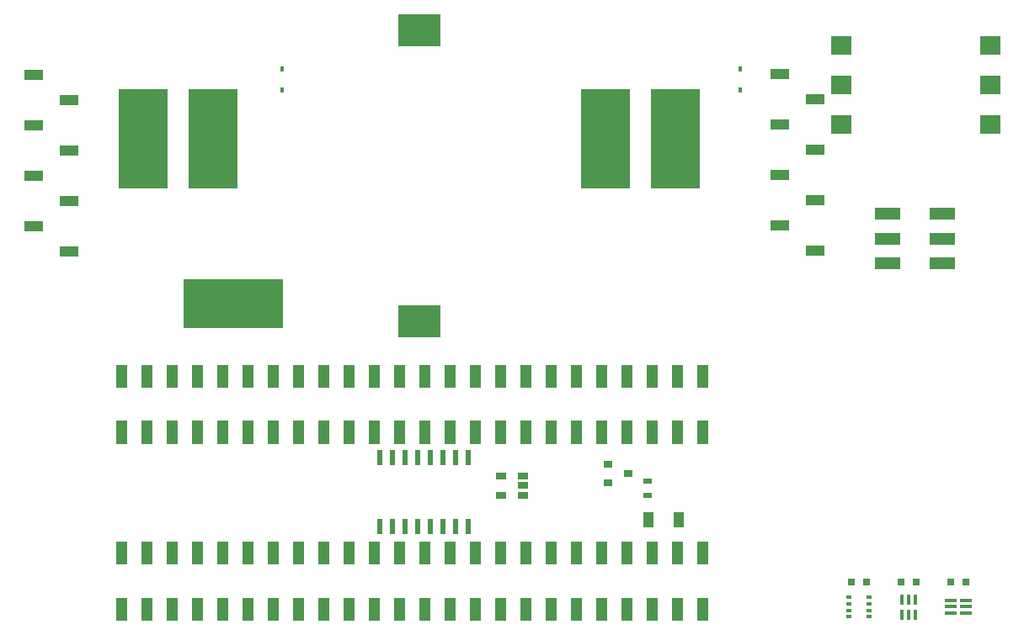
<source format=gtp>
G04 #@! TF.GenerationSoftware,KiCad,Pcbnew,(5.1.4)-1*
G04 #@! TF.CreationDate,2020-03-06T20:10:17-08:00*
G04 #@! TF.ProjectId,Light_intensity_data_logger,4c696768-745f-4696-9e74-656e73697479,rev?*
G04 #@! TF.SameCoordinates,Original*
G04 #@! TF.FileFunction,Paste,Top*
G04 #@! TF.FilePolarity,Positive*
%FSLAX46Y46*%
G04 Gerber Fmt 4.6, Leading zero omitted, Abs format (unit mm)*
G04 Created by KiCad (PCBNEW (5.1.4)-1) date 2020-03-06 20:10:18*
%MOMM*%
%LPD*%
G04 APERTURE LIST*
%ADD10C,0.010000*%
%ADD11R,1.020000X2.220000*%
%ADD12R,0.600000X1.590000*%
%ADD13R,1.060000X0.650000*%
%ADD14R,0.900000X0.800000*%
%ADD15R,1.905000X1.016000*%
%ADD16R,1.000000X1.600000*%
%ADD17R,4.200000X3.200000*%
%ADD18R,2.000000X1.900000*%
%ADD19R,0.800000X0.750000*%
%ADD20R,0.400000X1.000000*%
%ADD21R,10.000000X5.000000*%
%ADD22R,0.450000X0.600000*%
%ADD23R,5.000000X10.000000*%
%ADD24R,0.500000X0.350000*%
%ADD25R,1.200000X0.350000*%
%ADD26R,2.500000X1.200000*%
%ADD27R,0.900000X0.500000*%
G04 APERTURE END LIST*
D10*
G36*
X84320000Y-96386000D02*
G01*
X83300000Y-96386000D01*
X83300000Y-94166000D01*
X84320000Y-94166000D01*
X84320000Y-96386000D01*
G37*
X84320000Y-96386000D02*
X83300000Y-96386000D01*
X83300000Y-94166000D01*
X84320000Y-94166000D01*
X84320000Y-96386000D01*
G36*
X86860000Y-90734000D02*
G01*
X85840000Y-90734000D01*
X85840000Y-88514000D01*
X86860000Y-88514000D01*
X86860000Y-90734000D01*
G37*
X86860000Y-90734000D02*
X85840000Y-90734000D01*
X85840000Y-88514000D01*
X86860000Y-88514000D01*
X86860000Y-90734000D01*
G36*
X107180000Y-90734000D02*
G01*
X106160000Y-90734000D01*
X106160000Y-88514000D01*
X107180000Y-88514000D01*
X107180000Y-90734000D01*
G37*
X107180000Y-90734000D02*
X106160000Y-90734000D01*
X106160000Y-88514000D01*
X107180000Y-88514000D01*
X107180000Y-90734000D01*
G36*
X104640000Y-96386000D02*
G01*
X103620000Y-96386000D01*
X103620000Y-94166000D01*
X104640000Y-94166000D01*
X104640000Y-96386000D01*
G37*
X104640000Y-96386000D02*
X103620000Y-96386000D01*
X103620000Y-94166000D01*
X104640000Y-94166000D01*
X104640000Y-96386000D01*
G36*
X86860000Y-96386000D02*
G01*
X85840000Y-96386000D01*
X85840000Y-94166000D01*
X86860000Y-94166000D01*
X86860000Y-96386000D01*
G37*
X86860000Y-96386000D02*
X85840000Y-96386000D01*
X85840000Y-94166000D01*
X86860000Y-94166000D01*
X86860000Y-96386000D01*
G36*
X102100000Y-96386000D02*
G01*
X101080000Y-96386000D01*
X101080000Y-94166000D01*
X102100000Y-94166000D01*
X102100000Y-96386000D01*
G37*
X102100000Y-96386000D02*
X101080000Y-96386000D01*
X101080000Y-94166000D01*
X102100000Y-94166000D01*
X102100000Y-96386000D01*
G36*
X102100000Y-90734000D02*
G01*
X101080000Y-90734000D01*
X101080000Y-88514000D01*
X102100000Y-88514000D01*
X102100000Y-90734000D01*
G37*
X102100000Y-90734000D02*
X101080000Y-90734000D01*
X101080000Y-88514000D01*
X102100000Y-88514000D01*
X102100000Y-90734000D01*
G36*
X89400000Y-90734000D02*
G01*
X88380000Y-90734000D01*
X88380000Y-88514000D01*
X89400000Y-88514000D01*
X89400000Y-90734000D01*
G37*
X89400000Y-90734000D02*
X88380000Y-90734000D01*
X88380000Y-88514000D01*
X89400000Y-88514000D01*
X89400000Y-90734000D01*
G36*
X91940000Y-96386000D02*
G01*
X90920000Y-96386000D01*
X90920000Y-94166000D01*
X91940000Y-94166000D01*
X91940000Y-96386000D01*
G37*
X91940000Y-96386000D02*
X90920000Y-96386000D01*
X90920000Y-94166000D01*
X91940000Y-94166000D01*
X91940000Y-96386000D01*
G36*
X99560000Y-96386000D02*
G01*
X98540000Y-96386000D01*
X98540000Y-94166000D01*
X99560000Y-94166000D01*
X99560000Y-96386000D01*
G37*
X99560000Y-96386000D02*
X98540000Y-96386000D01*
X98540000Y-94166000D01*
X99560000Y-94166000D01*
X99560000Y-96386000D01*
G36*
X89400000Y-96386000D02*
G01*
X88380000Y-96386000D01*
X88380000Y-94166000D01*
X89400000Y-94166000D01*
X89400000Y-96386000D01*
G37*
X89400000Y-96386000D02*
X88380000Y-96386000D01*
X88380000Y-94166000D01*
X89400000Y-94166000D01*
X89400000Y-96386000D01*
G36*
X91940000Y-90734000D02*
G01*
X90920000Y-90734000D01*
X90920000Y-88514000D01*
X91940000Y-88514000D01*
X91940000Y-90734000D01*
G37*
X91940000Y-90734000D02*
X90920000Y-90734000D01*
X90920000Y-88514000D01*
X91940000Y-88514000D01*
X91940000Y-90734000D01*
G36*
X94480000Y-90734000D02*
G01*
X93460000Y-90734000D01*
X93460000Y-88514000D01*
X94480000Y-88514000D01*
X94480000Y-90734000D01*
G37*
X94480000Y-90734000D02*
X93460000Y-90734000D01*
X93460000Y-88514000D01*
X94480000Y-88514000D01*
X94480000Y-90734000D01*
G36*
X94480000Y-96386000D02*
G01*
X93460000Y-96386000D01*
X93460000Y-94166000D01*
X94480000Y-94166000D01*
X94480000Y-96386000D01*
G37*
X94480000Y-96386000D02*
X93460000Y-96386000D01*
X93460000Y-94166000D01*
X94480000Y-94166000D01*
X94480000Y-96386000D01*
G36*
X97020000Y-90734000D02*
G01*
X96000000Y-90734000D01*
X96000000Y-88514000D01*
X97020000Y-88514000D01*
X97020000Y-90734000D01*
G37*
X97020000Y-90734000D02*
X96000000Y-90734000D01*
X96000000Y-88514000D01*
X97020000Y-88514000D01*
X97020000Y-90734000D01*
G36*
X97020000Y-96386000D02*
G01*
X96000000Y-96386000D01*
X96000000Y-94166000D01*
X97020000Y-94166000D01*
X97020000Y-96386000D01*
G37*
X97020000Y-96386000D02*
X96000000Y-96386000D01*
X96000000Y-94166000D01*
X97020000Y-94166000D01*
X97020000Y-96386000D01*
G36*
X84320000Y-90734000D02*
G01*
X83300000Y-90734000D01*
X83300000Y-88514000D01*
X84320000Y-88514000D01*
X84320000Y-90734000D01*
G37*
X84320000Y-90734000D02*
X83300000Y-90734000D01*
X83300000Y-88514000D01*
X84320000Y-88514000D01*
X84320000Y-90734000D01*
G36*
X99560000Y-90734000D02*
G01*
X98540000Y-90734000D01*
X98540000Y-88514000D01*
X99560000Y-88514000D01*
X99560000Y-90734000D01*
G37*
X99560000Y-90734000D02*
X98540000Y-90734000D01*
X98540000Y-88514000D01*
X99560000Y-88514000D01*
X99560000Y-90734000D01*
G36*
X104640000Y-90734000D02*
G01*
X103620000Y-90734000D01*
X103620000Y-88514000D01*
X104640000Y-88514000D01*
X104640000Y-90734000D01*
G37*
X104640000Y-90734000D02*
X103620000Y-90734000D01*
X103620000Y-88514000D01*
X104640000Y-88514000D01*
X104640000Y-90734000D01*
G36*
X114800000Y-96386000D02*
G01*
X113780000Y-96386000D01*
X113780000Y-94166000D01*
X114800000Y-94166000D01*
X114800000Y-96386000D01*
G37*
X114800000Y-96386000D02*
X113780000Y-96386000D01*
X113780000Y-94166000D01*
X114800000Y-94166000D01*
X114800000Y-96386000D01*
G36*
X109720000Y-90734000D02*
G01*
X108700000Y-90734000D01*
X108700000Y-88514000D01*
X109720000Y-88514000D01*
X109720000Y-90734000D01*
G37*
X109720000Y-90734000D02*
X108700000Y-90734000D01*
X108700000Y-88514000D01*
X109720000Y-88514000D01*
X109720000Y-90734000D01*
G36*
X112260000Y-90734000D02*
G01*
X111240000Y-90734000D01*
X111240000Y-88514000D01*
X112260000Y-88514000D01*
X112260000Y-90734000D01*
G37*
X112260000Y-90734000D02*
X111240000Y-90734000D01*
X111240000Y-88514000D01*
X112260000Y-88514000D01*
X112260000Y-90734000D01*
G36*
X112260000Y-96386000D02*
G01*
X111240000Y-96386000D01*
X111240000Y-94166000D01*
X112260000Y-94166000D01*
X112260000Y-96386000D01*
G37*
X112260000Y-96386000D02*
X111240000Y-96386000D01*
X111240000Y-94166000D01*
X112260000Y-94166000D01*
X112260000Y-96386000D01*
G36*
X117340000Y-90734000D02*
G01*
X116320000Y-90734000D01*
X116320000Y-88514000D01*
X117340000Y-88514000D01*
X117340000Y-90734000D01*
G37*
X117340000Y-90734000D02*
X116320000Y-90734000D01*
X116320000Y-88514000D01*
X117340000Y-88514000D01*
X117340000Y-90734000D01*
G36*
X114800000Y-90734000D02*
G01*
X113780000Y-90734000D01*
X113780000Y-88514000D01*
X114800000Y-88514000D01*
X114800000Y-90734000D01*
G37*
X114800000Y-90734000D02*
X113780000Y-90734000D01*
X113780000Y-88514000D01*
X114800000Y-88514000D01*
X114800000Y-90734000D01*
G36*
X119880000Y-90734000D02*
G01*
X118860000Y-90734000D01*
X118860000Y-88514000D01*
X119880000Y-88514000D01*
X119880000Y-90734000D01*
G37*
X119880000Y-90734000D02*
X118860000Y-90734000D01*
X118860000Y-88514000D01*
X119880000Y-88514000D01*
X119880000Y-90734000D01*
G36*
X107180000Y-96386000D02*
G01*
X106160000Y-96386000D01*
X106160000Y-94166000D01*
X107180000Y-94166000D01*
X107180000Y-96386000D01*
G37*
X107180000Y-96386000D02*
X106160000Y-96386000D01*
X106160000Y-94166000D01*
X107180000Y-94166000D01*
X107180000Y-96386000D01*
G36*
X117340000Y-96386000D02*
G01*
X116320000Y-96386000D01*
X116320000Y-94166000D01*
X117340000Y-94166000D01*
X117340000Y-96386000D01*
G37*
X117340000Y-96386000D02*
X116320000Y-96386000D01*
X116320000Y-94166000D01*
X117340000Y-94166000D01*
X117340000Y-96386000D01*
G36*
X109720000Y-96386000D02*
G01*
X108700000Y-96386000D01*
X108700000Y-94166000D01*
X109720000Y-94166000D01*
X109720000Y-96386000D01*
G37*
X109720000Y-96386000D02*
X108700000Y-96386000D01*
X108700000Y-94166000D01*
X109720000Y-94166000D01*
X109720000Y-96386000D01*
G36*
X142740000Y-90734000D02*
G01*
X141720000Y-90734000D01*
X141720000Y-88514000D01*
X142740000Y-88514000D01*
X142740000Y-90734000D01*
G37*
X142740000Y-90734000D02*
X141720000Y-90734000D01*
X141720000Y-88514000D01*
X142740000Y-88514000D01*
X142740000Y-90734000D01*
G36*
X135120000Y-90734000D02*
G01*
X134100000Y-90734000D01*
X134100000Y-88514000D01*
X135120000Y-88514000D01*
X135120000Y-90734000D01*
G37*
X135120000Y-90734000D02*
X134100000Y-90734000D01*
X134100000Y-88514000D01*
X135120000Y-88514000D01*
X135120000Y-90734000D01*
G36*
X132580000Y-96386000D02*
G01*
X131560000Y-96386000D01*
X131560000Y-94166000D01*
X132580000Y-94166000D01*
X132580000Y-96386000D01*
G37*
X132580000Y-96386000D02*
X131560000Y-96386000D01*
X131560000Y-94166000D01*
X132580000Y-94166000D01*
X132580000Y-96386000D01*
G36*
X137660000Y-96386000D02*
G01*
X136640000Y-96386000D01*
X136640000Y-94166000D01*
X137660000Y-94166000D01*
X137660000Y-96386000D01*
G37*
X137660000Y-96386000D02*
X136640000Y-96386000D01*
X136640000Y-94166000D01*
X137660000Y-94166000D01*
X137660000Y-96386000D01*
G36*
X135120000Y-96386000D02*
G01*
X134100000Y-96386000D01*
X134100000Y-94166000D01*
X135120000Y-94166000D01*
X135120000Y-96386000D01*
G37*
X135120000Y-96386000D02*
X134100000Y-96386000D01*
X134100000Y-94166000D01*
X135120000Y-94166000D01*
X135120000Y-96386000D01*
G36*
X142740000Y-96386000D02*
G01*
X141720000Y-96386000D01*
X141720000Y-94166000D01*
X142740000Y-94166000D01*
X142740000Y-96386000D01*
G37*
X142740000Y-96386000D02*
X141720000Y-96386000D01*
X141720000Y-94166000D01*
X142740000Y-94166000D01*
X142740000Y-96386000D01*
G36*
X140200000Y-90734000D02*
G01*
X139180000Y-90734000D01*
X139180000Y-88514000D01*
X140200000Y-88514000D01*
X140200000Y-90734000D01*
G37*
X140200000Y-90734000D02*
X139180000Y-90734000D01*
X139180000Y-88514000D01*
X140200000Y-88514000D01*
X140200000Y-90734000D01*
G36*
X137660000Y-90734000D02*
G01*
X136640000Y-90734000D01*
X136640000Y-88514000D01*
X137660000Y-88514000D01*
X137660000Y-90734000D01*
G37*
X137660000Y-90734000D02*
X136640000Y-90734000D01*
X136640000Y-88514000D01*
X137660000Y-88514000D01*
X137660000Y-90734000D01*
G36*
X140200000Y-96386000D02*
G01*
X139180000Y-96386000D01*
X139180000Y-94166000D01*
X140200000Y-94166000D01*
X140200000Y-96386000D01*
G37*
X140200000Y-96386000D02*
X139180000Y-96386000D01*
X139180000Y-94166000D01*
X140200000Y-94166000D01*
X140200000Y-96386000D01*
G36*
X122420000Y-96386000D02*
G01*
X121400000Y-96386000D01*
X121400000Y-94166000D01*
X122420000Y-94166000D01*
X122420000Y-96386000D01*
G37*
X122420000Y-96386000D02*
X121400000Y-96386000D01*
X121400000Y-94166000D01*
X122420000Y-94166000D01*
X122420000Y-96386000D01*
G36*
X130040000Y-96386000D02*
G01*
X129020000Y-96386000D01*
X129020000Y-94166000D01*
X130040000Y-94166000D01*
X130040000Y-96386000D01*
G37*
X130040000Y-96386000D02*
X129020000Y-96386000D01*
X129020000Y-94166000D01*
X130040000Y-94166000D01*
X130040000Y-96386000D01*
G36*
X132580000Y-90734000D02*
G01*
X131560000Y-90734000D01*
X131560000Y-88514000D01*
X132580000Y-88514000D01*
X132580000Y-90734000D01*
G37*
X132580000Y-90734000D02*
X131560000Y-90734000D01*
X131560000Y-88514000D01*
X132580000Y-88514000D01*
X132580000Y-90734000D01*
G36*
X119880000Y-96386000D02*
G01*
X118860000Y-96386000D01*
X118860000Y-94166000D01*
X119880000Y-94166000D01*
X119880000Y-96386000D01*
G37*
X119880000Y-96386000D02*
X118860000Y-96386000D01*
X118860000Y-94166000D01*
X119880000Y-94166000D01*
X119880000Y-96386000D01*
G36*
X122420000Y-90734000D02*
G01*
X121400000Y-90734000D01*
X121400000Y-88514000D01*
X122420000Y-88514000D01*
X122420000Y-90734000D01*
G37*
X122420000Y-90734000D02*
X121400000Y-90734000D01*
X121400000Y-88514000D01*
X122420000Y-88514000D01*
X122420000Y-90734000D01*
G36*
X127500000Y-90734000D02*
G01*
X126480000Y-90734000D01*
X126480000Y-88514000D01*
X127500000Y-88514000D01*
X127500000Y-90734000D01*
G37*
X127500000Y-90734000D02*
X126480000Y-90734000D01*
X126480000Y-88514000D01*
X127500000Y-88514000D01*
X127500000Y-90734000D01*
G36*
X124960000Y-90734000D02*
G01*
X123940000Y-90734000D01*
X123940000Y-88514000D01*
X124960000Y-88514000D01*
X124960000Y-90734000D01*
G37*
X124960000Y-90734000D02*
X123940000Y-90734000D01*
X123940000Y-88514000D01*
X124960000Y-88514000D01*
X124960000Y-90734000D01*
G36*
X130040000Y-90734000D02*
G01*
X129020000Y-90734000D01*
X129020000Y-88514000D01*
X130040000Y-88514000D01*
X130040000Y-90734000D01*
G37*
X130040000Y-90734000D02*
X129020000Y-90734000D01*
X129020000Y-88514000D01*
X130040000Y-88514000D01*
X130040000Y-90734000D01*
G36*
X124960000Y-96386000D02*
G01*
X123940000Y-96386000D01*
X123940000Y-94166000D01*
X124960000Y-94166000D01*
X124960000Y-96386000D01*
G37*
X124960000Y-96386000D02*
X123940000Y-96386000D01*
X123940000Y-94166000D01*
X124960000Y-94166000D01*
X124960000Y-96386000D01*
G36*
X127500000Y-96386000D02*
G01*
X126480000Y-96386000D01*
X126480000Y-94166000D01*
X127500000Y-94166000D01*
X127500000Y-96386000D01*
G37*
X127500000Y-96386000D02*
X126480000Y-96386000D01*
X126480000Y-94166000D01*
X127500000Y-94166000D01*
X127500000Y-96386000D01*
G36*
X142740000Y-78576000D02*
G01*
X141720000Y-78576000D01*
X141720000Y-76356000D01*
X142740000Y-76356000D01*
X142740000Y-78576000D01*
G37*
X142740000Y-78576000D02*
X141720000Y-78576000D01*
X141720000Y-76356000D01*
X142740000Y-76356000D01*
X142740000Y-78576000D01*
G36*
X142740000Y-72924000D02*
G01*
X141720000Y-72924000D01*
X141720000Y-70704000D01*
X142740000Y-70704000D01*
X142740000Y-72924000D01*
G37*
X142740000Y-72924000D02*
X141720000Y-72924000D01*
X141720000Y-70704000D01*
X142740000Y-70704000D01*
X142740000Y-72924000D01*
G36*
X140200000Y-78576000D02*
G01*
X139180000Y-78576000D01*
X139180000Y-76356000D01*
X140200000Y-76356000D01*
X140200000Y-78576000D01*
G37*
X140200000Y-78576000D02*
X139180000Y-78576000D01*
X139180000Y-76356000D01*
X140200000Y-76356000D01*
X140200000Y-78576000D01*
G36*
X140200000Y-72924000D02*
G01*
X139180000Y-72924000D01*
X139180000Y-70704000D01*
X140200000Y-70704000D01*
X140200000Y-72924000D01*
G37*
X140200000Y-72924000D02*
X139180000Y-72924000D01*
X139180000Y-70704000D01*
X140200000Y-70704000D01*
X140200000Y-72924000D01*
G36*
X137660000Y-78576000D02*
G01*
X136640000Y-78576000D01*
X136640000Y-76356000D01*
X137660000Y-76356000D01*
X137660000Y-78576000D01*
G37*
X137660000Y-78576000D02*
X136640000Y-78576000D01*
X136640000Y-76356000D01*
X137660000Y-76356000D01*
X137660000Y-78576000D01*
G36*
X137660000Y-72924000D02*
G01*
X136640000Y-72924000D01*
X136640000Y-70704000D01*
X137660000Y-70704000D01*
X137660000Y-72924000D01*
G37*
X137660000Y-72924000D02*
X136640000Y-72924000D01*
X136640000Y-70704000D01*
X137660000Y-70704000D01*
X137660000Y-72924000D01*
G36*
X135120000Y-78576000D02*
G01*
X134100000Y-78576000D01*
X134100000Y-76356000D01*
X135120000Y-76356000D01*
X135120000Y-78576000D01*
G37*
X135120000Y-78576000D02*
X134100000Y-78576000D01*
X134100000Y-76356000D01*
X135120000Y-76356000D01*
X135120000Y-78576000D01*
G36*
X135120000Y-72924000D02*
G01*
X134100000Y-72924000D01*
X134100000Y-70704000D01*
X135120000Y-70704000D01*
X135120000Y-72924000D01*
G37*
X135120000Y-72924000D02*
X134100000Y-72924000D01*
X134100000Y-70704000D01*
X135120000Y-70704000D01*
X135120000Y-72924000D01*
G36*
X132580000Y-78576000D02*
G01*
X131560000Y-78576000D01*
X131560000Y-76356000D01*
X132580000Y-76356000D01*
X132580000Y-78576000D01*
G37*
X132580000Y-78576000D02*
X131560000Y-78576000D01*
X131560000Y-76356000D01*
X132580000Y-76356000D01*
X132580000Y-78576000D01*
G36*
X132580000Y-72924000D02*
G01*
X131560000Y-72924000D01*
X131560000Y-70704000D01*
X132580000Y-70704000D01*
X132580000Y-72924000D01*
G37*
X132580000Y-72924000D02*
X131560000Y-72924000D01*
X131560000Y-70704000D01*
X132580000Y-70704000D01*
X132580000Y-72924000D01*
G36*
X130040000Y-78576000D02*
G01*
X129020000Y-78576000D01*
X129020000Y-76356000D01*
X130040000Y-76356000D01*
X130040000Y-78576000D01*
G37*
X130040000Y-78576000D02*
X129020000Y-78576000D01*
X129020000Y-76356000D01*
X130040000Y-76356000D01*
X130040000Y-78576000D01*
G36*
X130040000Y-72924000D02*
G01*
X129020000Y-72924000D01*
X129020000Y-70704000D01*
X130040000Y-70704000D01*
X130040000Y-72924000D01*
G37*
X130040000Y-72924000D02*
X129020000Y-72924000D01*
X129020000Y-70704000D01*
X130040000Y-70704000D01*
X130040000Y-72924000D01*
G36*
X127500000Y-78576000D02*
G01*
X126480000Y-78576000D01*
X126480000Y-76356000D01*
X127500000Y-76356000D01*
X127500000Y-78576000D01*
G37*
X127500000Y-78576000D02*
X126480000Y-78576000D01*
X126480000Y-76356000D01*
X127500000Y-76356000D01*
X127500000Y-78576000D01*
G36*
X127500000Y-72924000D02*
G01*
X126480000Y-72924000D01*
X126480000Y-70704000D01*
X127500000Y-70704000D01*
X127500000Y-72924000D01*
G37*
X127500000Y-72924000D02*
X126480000Y-72924000D01*
X126480000Y-70704000D01*
X127500000Y-70704000D01*
X127500000Y-72924000D01*
G36*
X124960000Y-78576000D02*
G01*
X123940000Y-78576000D01*
X123940000Y-76356000D01*
X124960000Y-76356000D01*
X124960000Y-78576000D01*
G37*
X124960000Y-78576000D02*
X123940000Y-78576000D01*
X123940000Y-76356000D01*
X124960000Y-76356000D01*
X124960000Y-78576000D01*
G36*
X124960000Y-72924000D02*
G01*
X123940000Y-72924000D01*
X123940000Y-70704000D01*
X124960000Y-70704000D01*
X124960000Y-72924000D01*
G37*
X124960000Y-72924000D02*
X123940000Y-72924000D01*
X123940000Y-70704000D01*
X124960000Y-70704000D01*
X124960000Y-72924000D01*
G36*
X122420000Y-78576000D02*
G01*
X121400000Y-78576000D01*
X121400000Y-76356000D01*
X122420000Y-76356000D01*
X122420000Y-78576000D01*
G37*
X122420000Y-78576000D02*
X121400000Y-78576000D01*
X121400000Y-76356000D01*
X122420000Y-76356000D01*
X122420000Y-78576000D01*
G36*
X122420000Y-72924000D02*
G01*
X121400000Y-72924000D01*
X121400000Y-70704000D01*
X122420000Y-70704000D01*
X122420000Y-72924000D01*
G37*
X122420000Y-72924000D02*
X121400000Y-72924000D01*
X121400000Y-70704000D01*
X122420000Y-70704000D01*
X122420000Y-72924000D01*
G36*
X119880000Y-78576000D02*
G01*
X118860000Y-78576000D01*
X118860000Y-76356000D01*
X119880000Y-76356000D01*
X119880000Y-78576000D01*
G37*
X119880000Y-78576000D02*
X118860000Y-78576000D01*
X118860000Y-76356000D01*
X119880000Y-76356000D01*
X119880000Y-78576000D01*
G36*
X119880000Y-72924000D02*
G01*
X118860000Y-72924000D01*
X118860000Y-70704000D01*
X119880000Y-70704000D01*
X119880000Y-72924000D01*
G37*
X119880000Y-72924000D02*
X118860000Y-72924000D01*
X118860000Y-70704000D01*
X119880000Y-70704000D01*
X119880000Y-72924000D01*
G36*
X117340000Y-78576000D02*
G01*
X116320000Y-78576000D01*
X116320000Y-76356000D01*
X117340000Y-76356000D01*
X117340000Y-78576000D01*
G37*
X117340000Y-78576000D02*
X116320000Y-78576000D01*
X116320000Y-76356000D01*
X117340000Y-76356000D01*
X117340000Y-78576000D01*
G36*
X117340000Y-72924000D02*
G01*
X116320000Y-72924000D01*
X116320000Y-70704000D01*
X117340000Y-70704000D01*
X117340000Y-72924000D01*
G37*
X117340000Y-72924000D02*
X116320000Y-72924000D01*
X116320000Y-70704000D01*
X117340000Y-70704000D01*
X117340000Y-72924000D01*
G36*
X114800000Y-78576000D02*
G01*
X113780000Y-78576000D01*
X113780000Y-76356000D01*
X114800000Y-76356000D01*
X114800000Y-78576000D01*
G37*
X114800000Y-78576000D02*
X113780000Y-78576000D01*
X113780000Y-76356000D01*
X114800000Y-76356000D01*
X114800000Y-78576000D01*
G36*
X114800000Y-72924000D02*
G01*
X113780000Y-72924000D01*
X113780000Y-70704000D01*
X114800000Y-70704000D01*
X114800000Y-72924000D01*
G37*
X114800000Y-72924000D02*
X113780000Y-72924000D01*
X113780000Y-70704000D01*
X114800000Y-70704000D01*
X114800000Y-72924000D01*
G36*
X112260000Y-78576000D02*
G01*
X111240000Y-78576000D01*
X111240000Y-76356000D01*
X112260000Y-76356000D01*
X112260000Y-78576000D01*
G37*
X112260000Y-78576000D02*
X111240000Y-78576000D01*
X111240000Y-76356000D01*
X112260000Y-76356000D01*
X112260000Y-78576000D01*
G36*
X112260000Y-72924000D02*
G01*
X111240000Y-72924000D01*
X111240000Y-70704000D01*
X112260000Y-70704000D01*
X112260000Y-72924000D01*
G37*
X112260000Y-72924000D02*
X111240000Y-72924000D01*
X111240000Y-70704000D01*
X112260000Y-70704000D01*
X112260000Y-72924000D01*
G36*
X109720000Y-78576000D02*
G01*
X108700000Y-78576000D01*
X108700000Y-76356000D01*
X109720000Y-76356000D01*
X109720000Y-78576000D01*
G37*
X109720000Y-78576000D02*
X108700000Y-78576000D01*
X108700000Y-76356000D01*
X109720000Y-76356000D01*
X109720000Y-78576000D01*
G36*
X109720000Y-72924000D02*
G01*
X108700000Y-72924000D01*
X108700000Y-70704000D01*
X109720000Y-70704000D01*
X109720000Y-72924000D01*
G37*
X109720000Y-72924000D02*
X108700000Y-72924000D01*
X108700000Y-70704000D01*
X109720000Y-70704000D01*
X109720000Y-72924000D01*
G36*
X107180000Y-78576000D02*
G01*
X106160000Y-78576000D01*
X106160000Y-76356000D01*
X107180000Y-76356000D01*
X107180000Y-78576000D01*
G37*
X107180000Y-78576000D02*
X106160000Y-78576000D01*
X106160000Y-76356000D01*
X107180000Y-76356000D01*
X107180000Y-78576000D01*
G36*
X107180000Y-72924000D02*
G01*
X106160000Y-72924000D01*
X106160000Y-70704000D01*
X107180000Y-70704000D01*
X107180000Y-72924000D01*
G37*
X107180000Y-72924000D02*
X106160000Y-72924000D01*
X106160000Y-70704000D01*
X107180000Y-70704000D01*
X107180000Y-72924000D01*
G36*
X104640000Y-78576000D02*
G01*
X103620000Y-78576000D01*
X103620000Y-76356000D01*
X104640000Y-76356000D01*
X104640000Y-78576000D01*
G37*
X104640000Y-78576000D02*
X103620000Y-78576000D01*
X103620000Y-76356000D01*
X104640000Y-76356000D01*
X104640000Y-78576000D01*
G36*
X104640000Y-72924000D02*
G01*
X103620000Y-72924000D01*
X103620000Y-70704000D01*
X104640000Y-70704000D01*
X104640000Y-72924000D01*
G37*
X104640000Y-72924000D02*
X103620000Y-72924000D01*
X103620000Y-70704000D01*
X104640000Y-70704000D01*
X104640000Y-72924000D01*
G36*
X102100000Y-78576000D02*
G01*
X101080000Y-78576000D01*
X101080000Y-76356000D01*
X102100000Y-76356000D01*
X102100000Y-78576000D01*
G37*
X102100000Y-78576000D02*
X101080000Y-78576000D01*
X101080000Y-76356000D01*
X102100000Y-76356000D01*
X102100000Y-78576000D01*
G36*
X102100000Y-72924000D02*
G01*
X101080000Y-72924000D01*
X101080000Y-70704000D01*
X102100000Y-70704000D01*
X102100000Y-72924000D01*
G37*
X102100000Y-72924000D02*
X101080000Y-72924000D01*
X101080000Y-70704000D01*
X102100000Y-70704000D01*
X102100000Y-72924000D01*
G36*
X99560000Y-78576000D02*
G01*
X98540000Y-78576000D01*
X98540000Y-76356000D01*
X99560000Y-76356000D01*
X99560000Y-78576000D01*
G37*
X99560000Y-78576000D02*
X98540000Y-78576000D01*
X98540000Y-76356000D01*
X99560000Y-76356000D01*
X99560000Y-78576000D01*
G36*
X99560000Y-72924000D02*
G01*
X98540000Y-72924000D01*
X98540000Y-70704000D01*
X99560000Y-70704000D01*
X99560000Y-72924000D01*
G37*
X99560000Y-72924000D02*
X98540000Y-72924000D01*
X98540000Y-70704000D01*
X99560000Y-70704000D01*
X99560000Y-72924000D01*
G36*
X97020000Y-78576000D02*
G01*
X96000000Y-78576000D01*
X96000000Y-76356000D01*
X97020000Y-76356000D01*
X97020000Y-78576000D01*
G37*
X97020000Y-78576000D02*
X96000000Y-78576000D01*
X96000000Y-76356000D01*
X97020000Y-76356000D01*
X97020000Y-78576000D01*
G36*
X97020000Y-72924000D02*
G01*
X96000000Y-72924000D01*
X96000000Y-70704000D01*
X97020000Y-70704000D01*
X97020000Y-72924000D01*
G37*
X97020000Y-72924000D02*
X96000000Y-72924000D01*
X96000000Y-70704000D01*
X97020000Y-70704000D01*
X97020000Y-72924000D01*
G36*
X94480000Y-78576000D02*
G01*
X93460000Y-78576000D01*
X93460000Y-76356000D01*
X94480000Y-76356000D01*
X94480000Y-78576000D01*
G37*
X94480000Y-78576000D02*
X93460000Y-78576000D01*
X93460000Y-76356000D01*
X94480000Y-76356000D01*
X94480000Y-78576000D01*
G36*
X94480000Y-72924000D02*
G01*
X93460000Y-72924000D01*
X93460000Y-70704000D01*
X94480000Y-70704000D01*
X94480000Y-72924000D01*
G37*
X94480000Y-72924000D02*
X93460000Y-72924000D01*
X93460000Y-70704000D01*
X94480000Y-70704000D01*
X94480000Y-72924000D01*
G36*
X91940000Y-78576000D02*
G01*
X90920000Y-78576000D01*
X90920000Y-76356000D01*
X91940000Y-76356000D01*
X91940000Y-78576000D01*
G37*
X91940000Y-78576000D02*
X90920000Y-78576000D01*
X90920000Y-76356000D01*
X91940000Y-76356000D01*
X91940000Y-78576000D01*
G36*
X91940000Y-72924000D02*
G01*
X90920000Y-72924000D01*
X90920000Y-70704000D01*
X91940000Y-70704000D01*
X91940000Y-72924000D01*
G37*
X91940000Y-72924000D02*
X90920000Y-72924000D01*
X90920000Y-70704000D01*
X91940000Y-70704000D01*
X91940000Y-72924000D01*
G36*
X89400000Y-78576000D02*
G01*
X88380000Y-78576000D01*
X88380000Y-76356000D01*
X89400000Y-76356000D01*
X89400000Y-78576000D01*
G37*
X89400000Y-78576000D02*
X88380000Y-78576000D01*
X88380000Y-76356000D01*
X89400000Y-76356000D01*
X89400000Y-78576000D01*
G36*
X89400000Y-72924000D02*
G01*
X88380000Y-72924000D01*
X88380000Y-70704000D01*
X89400000Y-70704000D01*
X89400000Y-72924000D01*
G37*
X89400000Y-72924000D02*
X88380000Y-72924000D01*
X88380000Y-70704000D01*
X89400000Y-70704000D01*
X89400000Y-72924000D01*
G36*
X86860000Y-78576000D02*
G01*
X85840000Y-78576000D01*
X85840000Y-76356000D01*
X86860000Y-76356000D01*
X86860000Y-78576000D01*
G37*
X86860000Y-78576000D02*
X85840000Y-78576000D01*
X85840000Y-76356000D01*
X86860000Y-76356000D01*
X86860000Y-78576000D01*
G36*
X86860000Y-72924000D02*
G01*
X85840000Y-72924000D01*
X85840000Y-70704000D01*
X86860000Y-70704000D01*
X86860000Y-72924000D01*
G37*
X86860000Y-72924000D02*
X85840000Y-72924000D01*
X85840000Y-70704000D01*
X86860000Y-70704000D01*
X86860000Y-72924000D01*
G36*
X84320000Y-78576000D02*
G01*
X83300000Y-78576000D01*
X83300000Y-76356000D01*
X84320000Y-76356000D01*
X84320000Y-78576000D01*
G37*
X84320000Y-78576000D02*
X83300000Y-78576000D01*
X83300000Y-76356000D01*
X84320000Y-76356000D01*
X84320000Y-78576000D01*
G36*
X84320000Y-72924000D02*
G01*
X83300000Y-72924000D01*
X83300000Y-70704000D01*
X84320000Y-70704000D01*
X84320000Y-72924000D01*
G37*
X84320000Y-72924000D02*
X83300000Y-72924000D01*
X83300000Y-70704000D01*
X84320000Y-70704000D01*
X84320000Y-72924000D01*
D11*
X83810000Y-89624000D03*
X83810000Y-95276000D03*
X86350000Y-89624000D03*
X86350000Y-95276000D03*
X88890000Y-89624000D03*
X91430000Y-95276000D03*
X88890000Y-95276000D03*
X91430000Y-89624000D03*
X101590000Y-89624000D03*
X96510000Y-95276000D03*
X101590000Y-95276000D03*
X99050000Y-89624000D03*
X99050000Y-95276000D03*
X93970000Y-89624000D03*
X93970000Y-95276000D03*
X96510000Y-89624000D03*
X109210000Y-95276000D03*
X111750000Y-89624000D03*
X104130000Y-89624000D03*
X106670000Y-89624000D03*
X106670000Y-95276000D03*
X111750000Y-95276000D03*
X109210000Y-89624000D03*
X104130000Y-95276000D03*
X116830000Y-95276000D03*
X121910000Y-89624000D03*
X119370000Y-95276000D03*
X121910000Y-95276000D03*
X119370000Y-89624000D03*
X114290000Y-95276000D03*
X114290000Y-89624000D03*
X116830000Y-89624000D03*
X126990000Y-95276000D03*
X129530000Y-89624000D03*
X129530000Y-95276000D03*
X132070000Y-95276000D03*
X124450000Y-89624000D03*
X132070000Y-89624000D03*
X124450000Y-95276000D03*
X126990000Y-89624000D03*
X134610000Y-95276000D03*
X137150000Y-89624000D03*
X139690000Y-89624000D03*
X139690000Y-95276000D03*
X134610000Y-89624000D03*
X137150000Y-95276000D03*
X142230000Y-89624000D03*
X142230000Y-95276000D03*
X142230000Y-77466000D03*
X142230000Y-71814000D03*
X139690000Y-77466000D03*
X139690000Y-71814000D03*
X137150000Y-77466000D03*
X137150000Y-71814000D03*
X134610000Y-77466000D03*
X134610000Y-71814000D03*
X132070000Y-77466000D03*
X132070000Y-71814000D03*
X129530000Y-77466000D03*
X129530000Y-71814000D03*
X126990000Y-77466000D03*
X126990000Y-71814000D03*
X124450000Y-77466000D03*
X124450000Y-71814000D03*
X121910000Y-77466000D03*
X121910000Y-71814000D03*
X119370000Y-77466000D03*
X119370000Y-71814000D03*
X116830000Y-77466000D03*
X116830000Y-71814000D03*
X114290000Y-77466000D03*
X114290000Y-71814000D03*
X111750000Y-77466000D03*
X111750000Y-71814000D03*
X109210000Y-77466000D03*
X109210000Y-71814000D03*
X106670000Y-77466000D03*
X106670000Y-71814000D03*
X104130000Y-77466000D03*
X104130000Y-71814000D03*
X101590000Y-77466000D03*
X101590000Y-71814000D03*
X99050000Y-77466000D03*
X99050000Y-71814000D03*
X96510000Y-77466000D03*
X96510000Y-71814000D03*
X93970000Y-77466000D03*
X93970000Y-71814000D03*
X91430000Y-77466000D03*
X91430000Y-71814000D03*
X88890000Y-77466000D03*
X88890000Y-71814000D03*
X86350000Y-77466000D03*
X86350000Y-71814000D03*
X83810000Y-77466000D03*
X83810000Y-71814000D03*
D12*
X109820000Y-87010000D03*
X111090000Y-87010000D03*
X112360000Y-87010000D03*
X113630000Y-87010000D03*
X114900000Y-87010000D03*
X116170000Y-87010000D03*
X117440000Y-87010000D03*
X118710000Y-87010000D03*
X118710000Y-80020000D03*
X117440000Y-80020000D03*
X116170000Y-80020000D03*
X114900000Y-80020000D03*
X113630000Y-80020000D03*
X112360000Y-80020000D03*
X111090000Y-80020000D03*
X109820000Y-80020000D03*
D13*
X124160000Y-83830000D03*
X124160000Y-82880000D03*
X124160000Y-81930000D03*
X121960000Y-81930000D03*
X121960000Y-83830000D03*
D14*
X132760000Y-80690000D03*
X132760000Y-82590000D03*
X134760000Y-81640000D03*
D15*
X153538540Y-54167460D03*
X153538540Y-49087460D03*
X149982540Y-51627460D03*
X149982540Y-46547460D03*
X149982540Y-56707460D03*
X153538540Y-44007460D03*
X153538540Y-59247460D03*
X149982540Y-41467460D03*
X75002540Y-41487460D03*
X78558540Y-44027460D03*
X75002540Y-46567460D03*
X78558540Y-49107460D03*
X75002540Y-51647460D03*
X78558540Y-54187460D03*
X75002540Y-56727460D03*
X78558540Y-59267460D03*
D16*
X139830000Y-86310000D03*
X136830000Y-86310000D03*
D17*
X113780000Y-66370000D03*
X113780000Y-37070000D03*
D18*
X171140000Y-46560000D03*
X171140000Y-42560000D03*
X171140000Y-38560000D03*
X156140000Y-46560000D03*
X156140000Y-42560000D03*
X156140000Y-38560000D03*
D19*
X168690000Y-92610000D03*
X167190000Y-92610000D03*
X163690000Y-92610000D03*
X162190000Y-92610000D03*
D20*
X162940000Y-95860000D03*
X162290000Y-95860000D03*
X163590000Y-95860000D03*
X162290000Y-94360000D03*
X162940000Y-94360000D03*
X163590000Y-94360000D03*
D21*
X95060000Y-64590000D03*
D22*
X146000000Y-40950000D03*
X146000000Y-43050000D03*
D23*
X132500000Y-48000000D03*
X139500000Y-48000000D03*
D24*
X156915001Y-94135000D03*
X156915001Y-94785000D03*
X156915001Y-95435000D03*
X156915001Y-96085000D03*
X158965000Y-96085000D03*
X158965000Y-95435000D03*
X158965000Y-94785000D03*
X158965000Y-94135000D03*
D25*
X168690000Y-95720000D03*
X167190000Y-95720000D03*
X168690000Y-95070000D03*
X168690000Y-94420000D03*
X167190000Y-95070000D03*
X167190000Y-94420000D03*
D26*
X166350000Y-60510000D03*
X166350000Y-58010000D03*
X166350000Y-55510000D03*
X160850000Y-55510000D03*
X160850000Y-58010000D03*
X160850000Y-60510000D03*
D27*
X136680000Y-83900000D03*
X136680000Y-82400000D03*
D22*
X100000000Y-40950000D03*
X100000000Y-43050000D03*
D19*
X157190000Y-92590000D03*
X158690000Y-92590000D03*
D23*
X86000000Y-48000000D03*
X93000000Y-48000000D03*
M02*

</source>
